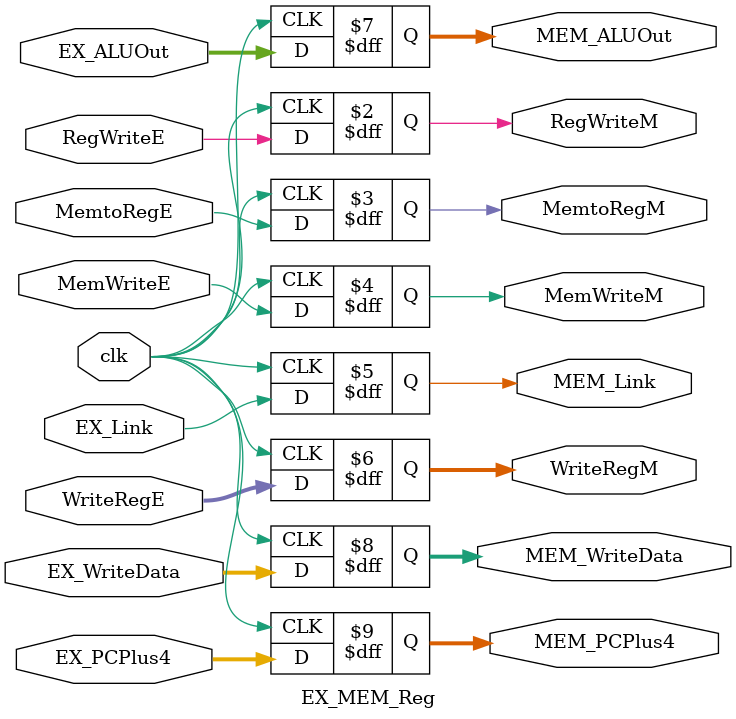
<source format=v>
module EX_MEM_Reg(clk,RegWriteE,MemtoRegE,MemWriteE,WriteRegE,EX_ALUOut,EX_WriteData,EX_Link,EX_PCPlus4,
RegWriteM,MemtoRegM,MemWriteM,WriteRegM,MEM_ALUOut,MEM_WriteData,MEM_Link,MEM_PCPlus4);
    input clk,RegWriteE,MemtoRegE,MemWriteE,EX_Link;
    input wire[4:0] WriteRegE;
    input wire[31:0] EX_ALUOut,EX_WriteData,EX_PCPlus4;
    output reg RegWriteM,MemtoRegM,MemWriteM,MEM_Link;
    output reg[4:0] WriteRegM;
    output reg[31:0] MEM_ALUOut,MEM_WriteData,MEM_PCPlus4;
always @ (posedge clk)
begin
    RegWriteM<=RegWriteE;
    MemtoRegM<=MemtoRegE;
    MemWriteM<=MemWriteE;
    WriteRegM<=WriteRegE;
    MEM_ALUOut<=EX_ALUOut;
    MEM_WriteData<=EX_WriteData;
    MEM_Link<=EX_Link;
    MEM_PCPlus4 <= EX_PCPlus4;

end
endmodule //ex_mem_reg
</source>
